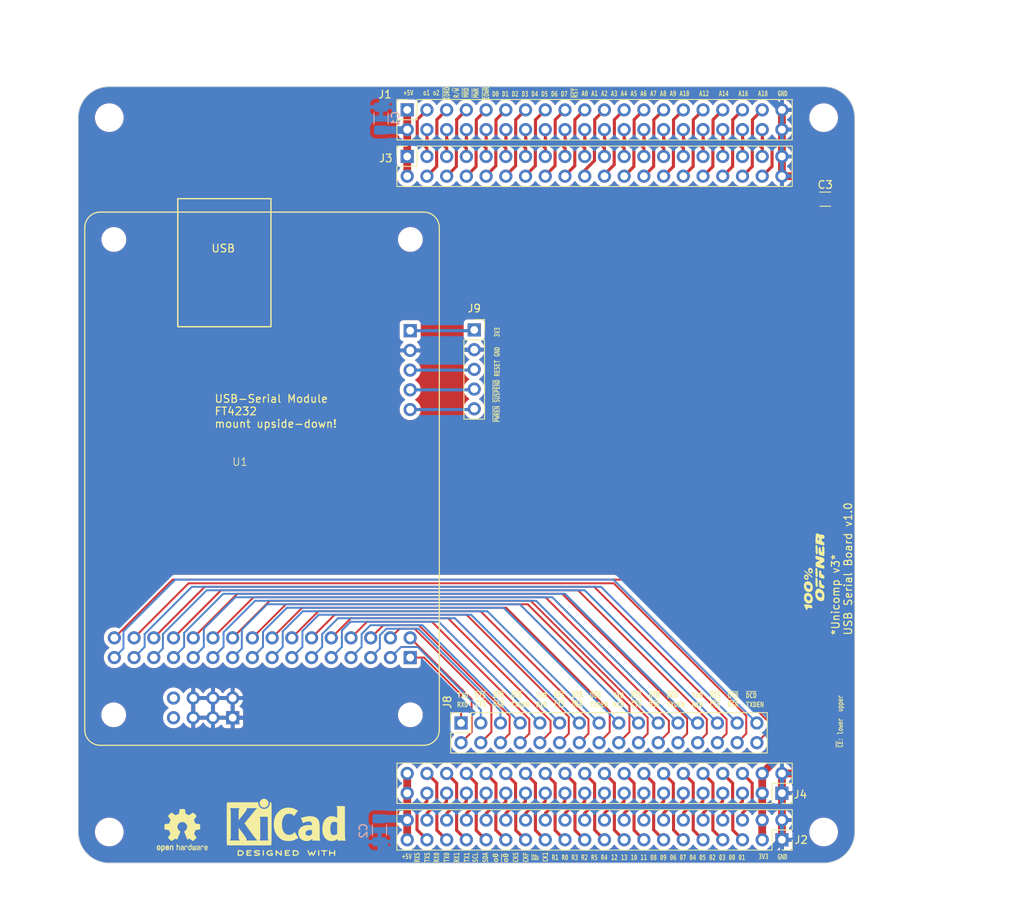
<source format=kicad_pcb>
(kicad_pcb (version 20240108) (generator "pcbnew") (generator_version "8.0")
  (layers (0 "F.Cu" signal) (31 "B.Cu" signal) (34 "B.Paste" user) (35 "F.Paste" user) (36 "B.SilkS" user "B.Silkscreen") (37 "F.SilkS" user "F.Silkscreen") (38 "B.Mask" user) (39 "F.Mask" user) (44 "Edge.Cuts" user))
  (net 0 "")
  (net 1 "/~{RST}")
  (net 2 "GND")
  (net 3 "+5V")
  (net 4 "/A15")
  (net 5 "/A14")
  (net 6 "/A13")
  (net 7 "/A12")
  (net 8 "/A11")
  (net 9 "/A10")
  (net 10 "/A9")
  (net 11 "/A8")
  (net 12 "/A7")
  (net 13 "/A6")
  (net 14 "/A5")
  (net 15 "/A4")
  (net 16 "/A3")
  (net 17 "/A2")
  (net 18 "/A1")
  (net 19 "/A0")
  (net 20 "+3V3")
  (net 21 "/CLKF")
  (net 22 "/CLKS")
  (net 23 "/~{IOWR}")
  (net 24 "/~{MWR}")
  (net 25 "/~{MRD}")
  (net 26 "/R{slash}~{W}_e")
  (net 27 "/~{IORD}")
  (net 28 "/PHI2_e")
  (net 29 "/PHI1_e")
  (net 30 "/~{PH0}")
  (net 31 "/PH0")
  (net 32 "/Bus/~{CE_EXT12}")
  (net 33 "/Bus/~{CE_EXT7}")
  (net 34 "/TX1")
  (net 35 "/RXSTM")
  (net 36 "/RES3")
  (net 37 "/Bus/~{CE_EXT11}")
  (net 38 "/A16")
  (net 39 "/A17")
  (net 40 "/A18")
  (net 41 "/A19")
  (net 42 "/Bus/~{CE_EXT9}")
  (net 43 "/RES5")
  (net 44 "/RX1")
  (net 45 "/RX0")
  (net 46 "/Bus/~{CE_EXT8}")
  (net 47 "/Bus/~{CE_EXT10}")
  (net 48 "/Bus/~{CE_EXT4}")
  (net 49 "/RES1")
  (net 50 "/RES0")
  (net 51 "/RES2")
  (net 52 "/Bus/~{CE_EXT5}")
  (net 53 "/Bus/~{CE_EXT13}")
  (net 54 "/Bus/~{CE_EXT2}")
  (net 55 "/TX0")
  (net 56 "/Bus/~{CE_EXT3}")
  (net 57 "/RES4")
  (net 58 "/Bus/~{CE_EXT0}")
  (net 59 "/CLK1")
  (net 60 "/SCL")
  (net 61 "/~{BUSFREE}")
  (net 62 "/Bus/~{CE_EXT1}")
  (net 63 "/Bus/~{CE_EXT6}")
  (net 64 "/SDA")
  (net 65 "+5VA")
  (net 66 "/TXSTM")
  (net 67 "/Bus/DB7")
  (net 68 "/Bus/DB0")
  (net 69 "/Bus/DB2")
  (net 70 "/Bus/DB6")
  (net 71 "/Bus/DB3")
  (net 72 "/Bus/DB1")
  (net 73 "/Bus/DB5")
  (net 74 "/Bus/DB4")
  (net 75 "/CD3")
  (net 76 "/AD4")
  (net 77 "/DD0")
  (net 78 "/CD1")
  (net 79 "/BD3")
  (net 80 "/CD7")
  (net 81 "/AD6")
  (net 82 "/BD2")
  (net 83 "/DD2")
  (net 84 "/BD1")
  (net 85 "/AD0")
  (net 86 "/DD4")
  (net 87 "/CD4")
  (net 88 "/CD5")
  (net 89 "/BD6")
  (net 90 "/CD0")
  (net 91 "/AD1")
  (net 92 "/AD5")
  (net 93 "/DD6")
  (net 94 "/BD5")
  (net 95 "/AD2")
  (net 96 "/CD6")
  (net 97 "/BD4")
  (net 98 "/DD1")
  (net 99 "/AD7")
  (net 100 "/DD7")
  (net 101 "/CD2")
  (net 102 "/BD0")
  (net 103 "/DD5")
  (net 104 "/DD3")
  (net 105 "/BD7")
  (net 106 "/AD3")
  (net 107 "/RESET")
  (net 108 "/~{PWREN}")
  (net 109 "/~{SUSPEND}")
  (net 110 "Net-(J9-Pin_1)")
  (footprint "Connector_PinSocket_2.54mm:PinSocket_2x16_P2.54mm_Vertical" (layer "F.Cu") (at 99.3 131.96 90)
    (property "Reference" "J8")
    (property "Value" "Socket")
  )
  (footprint "Connector_PinSocket_2.54mm:PinSocket_2x20_P2.54mm_Vertical" (layer "F.Cu") (at 92.367 53 90)
    (property "Reference" "J1")
    (property "Value" "BUS" (hide yes))
  )
  (footprint "Capacitor_SMD:C_1206_3216Metric" (layer "F.Cu") (at 146.2 64.5)
    (property "Reference" "C3")
    (property "Value" "100n")
  )
  (footprint "Connector_PinSocket_2.54mm:PinSocket_2x20_P2.54mm_Vertical" (layer "F.Cu") (at 140.627 141 -90)
    (property "Reference" "J4")
    (property "Value" "Spare" (hide yes))
  )
  (footprint "Symbol:KiCad-Logo2_6mm_SilkScreen" (layer "F.Cu") (at 76.792514 144.704848)
    (property "Reference" "H5" (hide yes))
    (property "Value" "Logo kicad" (hide yes))
  )
  (footprint "Symbol:OSHW-Logo2_7.3x6mm_SilkScreen" (layer "F.Cu") (at 63.4 145.8)
    (property "Reference" "H6" (hide yes))
    (property "Value" "Logo Open Source Hardware" (hide yes))
  )
  (footprint "Connector_PinSocket_2.54mm:PinSocket_2x20_P2.54mm_Vertical" (layer "F.Cu") (at 140.627 147 -90)
    (property "Reference" "J2")
    (property "Value" "BUS" (hide yes))
  )
  (footprint "MountingHole:MountingHole_3.2mm_M3" (layer "F.Cu") (at 146 54)
    (property "Reference" "H3" (hide yes))
    (property "Value" "M3" (hide yes))
  )
  (footprint "Connector_PinSocket_2.54mm:PinSocket_2x20_P2.54mm_Vertical" (layer "F.Cu") (at 92.367 59 90)
    (property "Reference" "J3")
    (property "Value" "Spare" (hide yes))
  )
  (footprint "my_own:Logo_100ProzentOffner_10x2.7mm" (layer "F.Cu") (at 144.78 112.522 90)
    (property "Reference" "G***" (hide yes))
    (property "Value" "LOGO" (hide yes))
  )
  (footprint "Connector_PinSocket_2.54mm:PinSocket_1x05_P2.54mm_Vertical" (layer "F.Cu") (at 101 81.34)
    (property "Reference" "J9")
    (property "Value" "Socket")
  )
  (footprint "MountingHole:MountingHole_3.2mm_M3" (layer "F.Cu") (at 54 54)
    (property "Reference" "H1" (hide yes))
    (property "Value" "M3" (hide yes))
  )
  (footprint "MountingHole:MountingHole_3.2mm_M3" (layer "F.Cu") (at 54 146)
    (property "Reference" "H2" (hide yes))
    (property "Value" "M3" (hide yes))
  )
  (footprint "my_own:USB_4xSerial_FTDI" (layer "F.Cu") (at 50.84 134.835)
    (property "Reference" "U1")
    (property "Value" "USB_4xSerial_FTDI")
  )
  (footprint "MountingHole:MountingHole_3.2mm_M3" (layer "F.Cu") (at 146 146)
    (property "Reference" "H4" (hide yes))
    (property "Value" "M3" (hide yes))
  )
  (footprint "Capacitor_SMD:C_1206_3216Metric" (layer "B.Cu") (at 88.8 145.775 -90)
    (property "Reference" "C2")
    (property "Value" "100n")
  )
  (footprint "Capacitor_SMD:C_1206_3216Metric" (layer "B.Cu") (at 89 54.125 90)
    (property "Reference" "C1")
    (property "Value" "100n" (hide yes))
  )
  (gr_rect (start 62.824214 64.424214) (end 74.824214 80.924214) (stroke (width 0.15)) (fill none) (layer "F.SilkS"))
  (gr_line (start 50 54) (end 50 146) (stroke (width 0.1)) (layer "Edge.Cuts"))
  (gr_arc (start 50 54) (mid 51.171571 51.17157) (end 54 50) (stroke (width 0.1)) (layer "Edge.Cuts"))
  (gr_arc (start 146 50) (mid 148.828425 51.171573) (end 150 54) (stroke (width 0.1)) (layer "Edge.Cuts"))
  (gr_arc (start 150 146) (mid 148.828425 148.828424) (end 146 149.999995) (stroke (width 0.1)) (layer "Edge.Cuts"))
  (gr_line (start 150 146) (end 150 54) (stroke (width 0.1)) (layer "Edge.Cuts"))
  (gr_line (start 146 50) (end 54 50) (stroke (width 0.1)) (layer "Edge.Cuts"))
  (gr_arc (start 54 150) (mid 51.171571 148.828427) (end 50 146) (stroke (width 0.1)) (layer "Edge.Cuts"))
  (gr_line (start 146 150) (end 54 150) (stroke (width 0.1)) (layer "Edge.Cuts"))
  (gr_text "TXD  ~{RTS}  ~{DTR}  ~{DCD}\nRXD  ~{CTS}  ~{DSR}  TXDEN" (at 98.806 130.048 0) (layer "F.SilkS") (effects (font (size 0.7 0.55) (thickness 0.1) (bold yes)) (justify left bottom)))
  (gr_text "~{PWREN} ~{SUSPEND} RESET GND   3V3" (at 104.394 93.218 90) (layer "F.SilkS") (effects (font (size 0.7 0.5) (thickness 0.1) (bold yes)) (justify left bottom)))
  (gr_text "TXS" (at 95.4 149.9 90) (layer "F.SilkS") (effects (font (size 0.7 0.5) (thickness 0.1) (bold yes)) (justify left bottom)))
  (gr_text "CKF" (at 108.1 149.9 90) (layer "F.SilkS") (effects (font (size 0.7 0.5) (thickness 0.1) (bold yes)) (justify left bottom)))
  (gr_text "~{CE}: lower  upper  " (at 148.59 135.128 90) (layer "F.SilkS") (effects (font (size 0.7 0.5) (thickness 0.1) (bold yes)) (justify left bottom)))
  (gr_text "+5V   o1 o2" (at 91.8972 51.2572 0) (layer "F.SilkS") (effects (font (size 0.7 0.5) (thickness 0.1) (bold yes)) (justify left bottom)))
  (gr_text "TX0" (at 97.9 149.9 90) (layer "F.SilkS") (effects (font (size 0.7 0.5) (thickness 0.1) (bold yes)) (justify left bottom)))
  (gr_text "SCL" (at 101.6 149.9 90) (layer "F.SilkS") (effects (font (size 0.7 0.5) (thickness 0.1) (bold yes)) (justify left bottom)))
  (gr_text "3V3" (at 137.6172 149.606 0) (layer "F.SilkS") (effects (font (size 0.7 0.5) (thickness 0.1) (bold yes)) (justify left bottom)))
  (gr_text "R/~{W}" (at 99.1616 51.4604 90) (layer "F.SilkS") (effects (font (size 0.7 0.5) (thickness 0.1) (bold yes)) (justify left bottom)))
  (gr_text "TXD  ~{RTS}  ~{DTR}  ~{DCD}\nRXD  ~{CTS}  ~{DSR}  TXDEN" (at 129.032 130.048 0) (layer "F.SilkS") (effects (font (size 0.7 0.55) (thickness 0.1) (bold yes)) (justify left bottom)))
  (gr_text "~{BF}" (at 109.41174 149.658466 90) (layer "F.SilkS") (effects (font (size 0.7 0.5) (thickness 0.1) (bold yes)) (justify left bottom)))
  (gr_text "~{RST}" (at 114.4524 51.4604 90) (layer "F.SilkS") (effects (font (size 0.7 0.5) (thickness 0.1) (bold yes)) (justify left bottom)))
  (gr_text "~{o0}" (at 105.5 149.9 90) (layer "F.SilkS") (effects (font (size 0.7 0.7) (thickness 0.1) (bold yes)) (justify left bottom)))
  (gr_text "~{IOWR}" (at 103.0224 51.7144 90) (layer "F.SilkS") (effects (font (size 0.7 0.5) (thickness 0.1) (bold yes)) (justify left bottom)))
  (gr_text "D0 D1 D2 D3 D4 D5 D6 D7" (at 103.3272 51.4096 0) (layer "F.SilkS") (effects (font (size 0.7 0.5) (thickness 0.1) (bold yes)) (justify left bottom)))
  (gr_text "*Unicomp v3*\nUSB Serial Board v1.0" (at 148.3416 120.753995 90) (layer "F.SilkS") (effects (font (size 1 1)) (justify left)))
  (gr_text "USB" (at 67.074214 71.424214 0) (layer "F.SilkS") (effects (font (size 1 1)) (justify left bottom)))
  (gr_text "RXS" (at 94.1 149.9 90) (layer "F.SilkS") (effects (font (size 0.7 0.5) (thickness 0.1) (bold yes)) (justify left bottom)))
  (gr_text "+5V" (at 91.694 149.606 0) (layer "F.SilkS") (effects (font (size 0.7 0.5) (thickness 0.1) (bold yes)) (justify left bottom)))
  (gr_text "SDA" (at 102.9 149.9 90) (layer "F.SilkS") (effects (font (size 0.7 0.5) (thickness 0.1) (bold yes)) (justify left bottom)))
  (gr_text "TXD  ~{RTS}  ~{DTR}  ~{DCD}\nRXD  ~{CTS}  ~{DSR}  TXDEN" (at 118.872 130.048 0) (layer "F.SilkS") (effects (font (size 0.7 0.55) (thickness 0.1) (bold yes)) (justify left bottom)))
  (gr_text "RX0" (at 96.6 149.9 90) (layer "F.SilkS") (effects (font (size 0.7 0.5) (thickness 0.1) (bold yes)) (justify left bottom)))
  (gr_text "~{MRD}\n" (at 100.4316 51.4096 90) (layer "F.SilkS") (effects (font (size 0.7 0.5) (thickness 0.1) (bold yes)) (justify left bottom)))
  (gr_text "RX1" (at 99.2 149.9 90) (layer "F.SilkS") (effects (font (size 0.7 0.5) (thickness 0.1) (bold yes)) (justify left bottom)))
  (gr_text "R1 R0 R3 R2 R5 R4" (at 110.998 149.733 0) (layer "F.SilkS") (effects (font (size 0.7 0.5) (thickness 0.1) (bold yes)) (justify left bottom)))
  (gr_text "o0" (at 104.2 149.9 90) (layer "F.SilkS") (effects (font (size 0.7 0.7) (thickness 0.1) (bold yes)) (justify left bottom)))
  (gr_text "~{MWR}" (at 101.7016 51.4604 90) (layer "F.SilkS") (effects (font (size 0.7 0.5) (thickness 0.1) (bold yes)) (justify left bottom)))
  (gr_text "~{IORD}" (at 97.9424 51.7144 90) (layer "F.SilkS") (effects (font (size 0.7 0.5) (thickness 0.1) (bold yes)) (justify left bottom)))
  (gr_text "TXD  ~{RTS}  ~{DTR}  ~{DCD}\nRXD  ~{CTS}  ~{DSR}  TXDEN" (at 108.966 130.048 0) (layer "F.SilkS") (effects (font (size 0.7 0.55) (thickness 0.1) (bold yes)) (justify left bottom)))
  (gr_text "12 13 10 11 08 09 06 07 04 05 02 03 00 01" (at 118.618 149.733 0) (layer "F.SilkS") (effects (font (size 0.7 0.5) (thickness 0.1) (bold yes)) (justify left bottom)))
  (gr_text "CKS" (at 106.8 149.9 90) (layer "F.SilkS") (effects (font (size 0.7 0.5) (thickness 0.1) (bold yes)) (justify left bottom)))
  (gr_text "TX1" (at 100.5 149.9 90) (layer "F.SilkS") (effects (font (size 0.7 0.5) (thickness 0.1) (bold yes)) (justify left bottom)))
  (gr_text "CK1" (at 110.617 149.86 90) (layer "F.SilkS") (effects (font (size 0.7 0.5) (thickness 0.1) (bold yes)) (justify left bottom)))
  (gr_text "A0 A1 A2 A3 A4 A5 A6 A7 A8 A9 A10   A12   A14   A16   A18   GND\n" (at 114.808 51.3588 0) (layer "F.SilkS") (effects (font (size 0.7 0.5) (thickness 0.1) (bold yes)) (justify left bottom)))
  (gr_text "GND" (at 140.0556 149.6568 0) (layer "F.SilkS") (effects (font (size 0.7 0.5) (thickness 0.1) (bold yes)) (justify left bottom)))
  (gr_text "USB-Serial Module\nFT4232\nmount upside-down!" (at 67.48 94.01 0) (layer "F.SilkS") (effects (font (size 1 1)) (justify left bottom)))
  (segment (start 113.95 60.200705) (end 112.7 61.450705) (width 0.4) (layer "F.Cu") (net 1))
  (segment (start 113.95 58.007) (end 113.95 60.200705) (width 0.4) (layer "F.Cu") (net 1))
  (segment (start 112.7 56.757) (end 113.95 58.007) (width 0.4) (layer "F.Cu") (net 1))
  (segment (start 112.7 55.54) (end 112.7 56.757) (width 0.4) (layer "F.Cu") (net 1))
  (segment (start 149.5 64.5) (end 149.5 77.35) (width 1) (layer "F.Cu") (net 2))
  (segment (start 147.65 64.5) (end 149.5 64.5) (width 1) (layer "F.Cu") (net 2))
  (segment (start 147.14 138.46) (end 140.627 138.46) (width 1) (layer "F.Cu") (net 2))
  (segment (start 140.627 53) (end 140.627 61.54) (width 1) (layer "F.Cu") (net 2))
  (segment (start 140.627 138.46) (end 140.627 147) (width 1) (layer "F.Cu") (net 2))
  (segment (start 147.94 61.54) (end 149.5 63.1) (width 1) (layer "F.Cu") (net 2))
  (segment (start 149.5 121.666) (end 149.5 136.1) (width 1) (layer "F.Cu") (net 2))
  (segment (start 140.627 61.54) (end 147.94 61.54) (width 1) (layer "F.Cu") (net 2))
  (segment (start 149.5 63.1) (end 149.5 64.5) (width 1) (layer "F.Cu") (net 2))
  (segment (start 149.5 77.35) (end 149.5 121.666) (width 1) (layer "F.Cu") (net 2))
  (segment (start 149.5 136.1) (end 147.14 138.46) (width 1) (layer "F.Cu") (net 2))
  (segment (start 90.85 50.8) (end 89 52.65) (width 1) (layer "B.Cu") (net 2))
  (segment (start 92.75 83.975) (end 100.905 83.975) (width 0.4) (layer "B.Cu") (net 2))
  (segment (start 64.81 131.285) (end 67.35 131.285) (width 0.4) (layer "B.Cu") (net 2))
  (segment (start 69.89 134.89) (end 69.89 131.285) (width 0.4) (layer "B.Cu") (net 2))
  (segment (start 140.627 147) (end 138.427 149.2) (width 1) (layer "B.Cu") (net 2))
  (segment (start 64.81 128.745) (end 64.81 131.285) (width 0.4) (layer "B.Cu") (net 2))
  (segment (start 67.35 128.745) (end 67.35 131.285) (width 0.4) (layer "B.Cu") (net 2))
  (segment (start 140.627 53) (end 138.427 50.8) (width 1) (layer "B.Cu") (net 2))
  (segment (start 82.25 147.25) (end 69.89 134.89) (width 0.4) (layer "B.Cu") (net 2))
  (segment (start 88.8 147.25) (end 82.25 147.25) (width 0.4) (layer "B.Cu") (net 2))
  (segment (start 138.427 149.2) (end 90.75 149.2) (width 1) (layer "B.Cu") (net 2))
  (segment (start 138.427 50.8) (end 90.85 50.8) (width 1) (layer "B.Cu") (net 2))
  (segment (start 90.75 149.2) (end 88.8 147.25) (width 1) (layer "B.Cu") (net 2))
  (segment (start 100.905 83.975) (end 101 83.88) (width 0.4) (layer "B.Cu") (net 2))
  (segment (start 64.81 128.745) (end 67.35 128.745) (width 0.4) (layer "B.Cu") (net 2))
  (segment (start 92.367 53) (end 92.367 61.54) (width 1) (layer "F.Cu") (net 3))
  (segment (start 89 55.6) (end 92.307 55.6) (width 1) (layer "B.Cu") (net 3))
  (segment (start 134.275 60.285) (end 133.025 61.535) (width 0.4) (layer "F.Cu") (net 4))
  (segment (start 133.025 56.752) (end 134.275 58.002) (width 0.4) (layer "F.Cu") (net 4))
  (segment (start 134.275 58.002) (end 134.275 60.285) (width 0.4) (layer "F.Cu") (net 4))
  (segment (start 133.025 55.535) (end 133.025 56.752) (width 0.4) (layer "F.Cu") (net 4))
  (segment (start 131.755 56.657) (end 133.025 57.927) (width 0.4) (layer "F.Cu") (net 5))
  (segment (start 133.025 57.927) (end 133.025 58.995) (width 0.4) (layer "F.Cu") (net 5))
  (segment (start 131.755 54.265) (end 131.755 56.657) (width 0.4) (layer "F.Cu") (net 5))
  (segment (start 133.025 52.995) (end 131.755 54.265) (width 0.4) (layer "F.Cu") (net 5))
  (segment (start 131.732 60.292) (end 130.482 61.542) (width 0.4) (layer "F.Cu") (net 6))
  (segment (start 130.482 55.542) (end 130.482 56.759) (width 0.4) (layer "F.Cu") (net 6))
  (segment (start 131.732 58.009) (end 131.732 60.292) (width 0.4) (layer "F.Cu") (net 6))
  (segment (start 130.482 56.759) (end 131.732 58.009) (width 0.4) (layer "F.Cu") (net 6))
  (segment (start 130.482 53.002) (end 129.215 54.269) (width 0.4) (layer "F.Cu") (net 7))
  (segment (start 129.215 54.269) (end 129.215 56.667) (width 0.4) (layer "F.Cu") (net 7))
  (segment (start 129.215 56.667) (end 130.482 57.934) (width 0.4) (layer "F.Cu") (net 7))
  (segment (start 130.482 57.934) (end 130.482 59.002) (width 0.4) (layer "F.Cu") (net 7))
  (segment (start 127.945 56.745) (end 129.195 57.995) (width 0.4) (layer "F.Cu") (net 8))
  (segment (start 127.945 55.528) (end 127.945 56.745) (width 0.4) (layer "F.Cu") (net 8))
  (segment (start 129.195 57.995) (end 129.195 60.278) (width 0.4) (layer "F.Cu") (net 8))
  (segment (start 129.195 60.278) (end 127.945 61.528) (width 0.4) (layer "F.Cu") (net 8))
  (segment (start 127.945 57.92) (end 127.945 58.988) (width 0.4) (layer "F.Cu") (net 9))
  (segment (start 127.945 52.988) (end 126.665 54.268) (width 0.4) (layer "F.Cu") (net 9))
  (segment (start 126.665 56.64) (end 127.945 57.92) (width 0.4) (layer "F.Cu") (net 9))
  (segment (start 126.665 54.268) (end 126.665 56.64) (width 0.4) (layer "F.Cu") (net 9))
  (segment (start 126.652 60.285) (end 125.402 61.535) (width 0.4) (layer "F.Cu") (net 10))
  (segment (start 126.652 58.002) (end 126.652 60.285) (width 0.4) (layer "F.Cu") (net 10))
  (segment (start 125.402 55.535) (end 125.402 56.752) (width 0.4) (layer "F.Cu") (net 10))
  (segment (start 125.402 56.752) (end 126.652 58.002) (width 0.4) (layer "F.Cu") (net 10))
  (segment (start 124.125 56.65) (end 125.402 57.927) (width 0.4) (layer "F.Cu") (net 11))
  (segment (start 125.402 52.995) (end 124.125 54.272) (width 0.4) (layer "F.Cu") (net 11))
  (segment (start 125.402 57.927) (end 125.402 58.995) (width 0.4) (layer "F.Cu") (net 11))
  (segment (start 124.125 54.272) (end 124.125 56.65) (width 0.4) (layer "F.Cu") (net 11))
  (segment (start 124.105 58.002) (end 124.105 60.285) (width 0.4) (layer "F.Cu") (net 12))
  (segment (start 122.855 56.752) (end 124.105 58.002) (width 0.4) (layer "F.Cu") (net 12))
  (segment (start 124.105 60.285) (end 122.855 61.535) (width 0.4) (layer "F.Cu") (net 12))
  (segment (start 122.855 55.535) (end 122.855 56.752) (width 0.4) (layer "F.Cu") (net 12))
  (segment (start 122.855 57.927) (end 122.855 58.995) (width 0.4) (layer "F.Cu") (net 13))
  (segment (start 121.595 56.667) (end 122.855 57.927) (width 0.4) (layer "F.Cu") (net 13))
  (segment (start 122.855 52.995) (end 121.595 54.255) (width 0.4) (layer "F.Cu") (net 13))
  (segment (start 121.595 54.255) (end 121.595 56.667) (width 0.4) (layer "F.Cu") (net 13))
  (segment (start 121.562 60.292) (end 120.312 61.542) (width 0.4) (layer "F.Cu") (net 14))
  (segment (start 121.562 58.009) (end 121.562 60.292) (width 0.4) (layer "F.Cu") (net 14))
  (segment (start 120.312 55.542) (end 120.312 56.759) (width 0.4) (layer "F.Cu") (net 14))
  (segment (start 120.312 56.759) (end 121.562 58.009) (width 0.4) (layer "F.Cu") (net 14))
  (segment (start 119.05 56.672) (end 120.312 57.934) (width 0.4) (layer "F.Cu") (net 15))
  (segment (start 120.312 53.002) (end 119.05 54.264) (width 0.4) (layer "F.Cu") (net 15))
  (segment (start 120.312 57.934) (end 120.312 59.002) (width 0.4) (layer "F.Cu") (net 15))
  (segment (start 119.05 54.264) (end 119.05 56.672) (width 0.4) (layer "F.Cu") (net 15))
  (segment (start 117.775 56.745) (end 119.025 57.995) (width 0.4) (layer "F.Cu") (net 16))
  (segment (start 117.775 55.528) (end 117.775 56.745) (width 0.4) (layer "F.Cu") (net 16))
  (segment (start 119.025 60.064538) (end 117.775 61.314538) (width 0.4) (layer "F.Cu") (net 16))
  (segment (start 119.025 57.995) (end 119.025 60.064538) (width 0.4) (layer "F.Cu") (net 16))
  (segment (start 116.515 54.248) (end 116.515 56.66) (width 0.4) (layer "F.Cu") (net 17))
  (segment (start 116.515 56.66) (end 117.775 57.92) (width 0.4) (layer "F.Cu") (net 17))
  (segment (start 117.775 52.988) (end 116.515 54.248) (width 0.4) (layer "F.Cu") (net 17))
  (segment (start 117.775 57.92) (end 117.775 58.988) (width 0.4) (layer "F.Cu") (net 17))
  (segment (start 115.232 56.752) (end 116.482 58.002) (width 0.4) (layer "F.Cu") (net 18))
  (segment (start 116.482 58.002) (end 116.482 59.542538) (width 0.4) (layer "F.Cu") (net 18))
  (segment (start 115.232 60.792538) (end 115.232 61.535) (width 0.4) (layer "F.Cu") (net 18))
  (segment (start 115.232 55.535) (end 115.232 56.752) (width 0.4) (layer "F.Cu") (net 18))
  (segment (start 116.482 59.542538) (end 115.232 60.792538) (width 0.4) (layer "F.Cu") (net 18))
  (segment (start 113.96 56.655) (end 115.232 57.927) (width 0.4) (layer "F.Cu") (net 19))
  (segment (start 113.96 54.267) (end 113.96 56.655) (width 0.4) (layer "F.Cu") (net 19))
  (segment (start 115.232 52.995) (end 113.96 54.267) (width 0.4) (layer "F.Cu") (net 19))
  (segment (start 115.232 57.927) (end 115.232 58.995) (width 0.4) (layer "F.Cu") (net 19))
  (segment (start 138.087 138.46) (end 138.087 147) (width 1) (layer "F.Cu") (net 20))
  (segment (start 145.7 136.4) (end 148 134.1) (width 1) (layer "F.Cu") (net 20))
  (segment (start 138.087 138.46) (end 140.147 136.4) (width 1) (layer "F.Cu") (net 20))
  (segment (start 148 134.1) (end 148 67.8) (width 1) (layer "F.Cu") (net 20))
  (segment (start 148 67.8) (end 144.7 64.5) (width 1) (layer "F.Cu") (net 20))
  (segment (start 140.147 136.4) (end 145.7 136.4) (width 1) (layer "F.Cu") (net 20))
  (segment (start 106.3424 145.7628) (end 107.5924 147.0128) (width 0.4) (layer "F.Cu") (net 21))
  (segment (start 106.3424 143.3158) (end 106.3424 145.7628) (width 0.4) (layer "F.Cu") (net 21))
  (segment (start 107.5924 141.0128) (end 107.5924 142.0658) (width 0.4) (layer "F.Cu") (net 21))
  (segment (start 107.5924 142.0658) (end 106.3424 143.3158) (width 0.4) (layer "F.Cu") (net 21))
  (segment (start 107.6332 138.4728) (end 108.8832 139.7228) (width 0.4) (layer "F.Cu") (net 22))
  (segment (start 107.6332 143.5658) (end 107.6332 144.4728) (width 0.4) (layer "F.Cu") (net 22))
  (segment (start 108.8832 142.3158) (end 107.6332 143.5658) (width 0.4) (layer "F.Cu") (net 22))
  (segment (start 108.8832 139.7228) (end 108.8832 142.3158) (width 0.4) (layer "F.Cu") (net 22))
  (segment (start 102.53 57.932) (end 102.53 59) (width 0.4) (layer "F.Cu") (net 23))
  (segment (start 102.53 53) (end 101.27 54.26) (width 0.4) (layer "F.Cu") (net 23))
  (segment (start 101.27 56.672) (end 102.53 57.932) (width 0.4) (layer "F.Cu") (net 23))
  (segment (start 101.27 54.26) (end 101.27 56.672) (width 0.4) (layer "F.Cu") (net 23))
  (segment (start 99.987 55.547) (end 99.987 56.764) (width 0.4) (layer "F.Cu") (net 24))
  (segment (start 101.237 58.014) (end 101.237 60.297) (width 0.4) (layer "F.Cu") (net 24))
  (segment (start 101.237 60.297) (end 99.987 61.547) (width 0.4) (layer "F.Cu") (net 24))
  (segment (start 99.987 56.764) (end 101.237 58.014) (width 0.4) (layer "F.Cu") (net 24))
  (segment (start 99.987 57.939) (end 99.987 59.007) (width 0.4) (layer "F.Cu") (net 25))
  (segment (start 99.987 53.007) (end 98.737 54.257) (width 0.4) (layer "F.Cu") (net 25))
  (segment (start 98.737 54.257) (end 98.737 56.689) (width 0.4) (layer "F.Cu") (net 25))
  (segment (start 98.737 56.689) (end 99.987 57.939) (width 0.4) (layer "F.Cu") (net 25))
  (segment (start 97.45 55.533) (end 97.45 56.75) (width 0.4) (layer "F.Cu") (net 26))
  (segment (start 98.7 60.283) (end 97.45 61.533) (width 0.4) (layer "F.Cu") (net 26))
  (segment (start 97.45 56.75) (end 98.7 58) (width 0.4) (layer "F.Cu") (net 26))
  (segment (start 98.7 58) (end 98.7 60.283) (width 0.4) (layer "F.Cu") (net 26))
  (segment (start 96.19 56.665) (end 97.45 57.925) (width 0.4) (layer "F.Cu") (net 27))
  (segment (start 96.19 54.253) (end 96.19 56.665) (width 0.4) (layer "F.Cu") (net 27))
  (segment (start 97.45 57.925) (end 97.45 58.993) (width 0.4) (layer "F.Cu") (net 27))
  (segment (start 97.45 52.993) (end 96.19 54.253) (width 0.4) (layer "F.Cu") (net 27))
  (segment (start 96.157 58.007) (end 96.157 60.29) (width 0.4) (layer "F.Cu") (net 28))
  (segment (start 96.157 60.29) (end 94.907 61.54) (width 0.4) (layer "F.Cu") (net 28))
  (segment (start 94.907 56.757) (end 96.157 58.007) (width 0.4) (layer "F.Cu") (net 28))
  (segment (start 94.907 55.54) (end 94.907 56.757) (width 0.4) (layer "F.Cu") (net 28))
  (segment (start 94.907 57.932) (end 94.907 59) (width 0.4) (layer "F.Cu") (net 29))
  (segment (start 94.907 53) (end 93.657 54.25) (width 0.4) (layer "F.Cu") (net 29))
  (segment (start 93.657 56.682) (end 94.907 57.932) (width 0.4) (layer "F.Cu") (net 29))
  (segment (start 93.657 54.25) (end 93.657 56.682) (width 0.4) (layer "F.Cu") (net 29))
  (segment (start 103.7824 143.3734) (end 103.7824 145.7444) (width 0.4) (layer "F.Cu") (net 30))
  (segment (start 103.7824 145.7444) (end 105.0704 147.0324) (width 0.4) (layer "F.Cu") (net 30))
  (segment (start 105.0704 141.0324) (end 105.0704 142.0854) (width 0.4) (layer "F.Cu") (net 30))
  (segment (start 105.0704 142.0854) (end 103.7824 143.3734) (width 0.4) (layer "F.Cu") (net 30))
  (segment (start 105.0704 143.5854) (end 105.0704 144.4924) (width 0.4) (layer "F.Cu") (net 31))
  (segment (start 106.3204 142.3354) (end 105.0704 143.5854) (width 0.4) (layer "F.Cu") (net 31))
  (segment (start 106.3204 139.7424) (end 106.3204 142.3354) (width 0.4) (layer "F.Cu") (net 31))
  (segment (start 105.0704 138.4924) (end 106.3204 139.7424) (width 0.4) (layer "F.Cu") (net 31))
  (segment (start 120.3406 143.5582) (end 120.3406 144.4652) (width 0.4) (layer "F.Cu") (net 32))
  (segment (start 120.3406 138.4652) (end 121.5906 139.7152) (width 0.4) (layer "F.Cu") (net 32))
  (segment (start 121.5906 142.3082) (end 120.3406 143.5582) (width 0.4) (layer "F.Cu") (net 32))
  (segment (start 121.5906 139.7152) (end 121.5906 142.3082) (width 0.4) (layer "F.Cu") (net 32))
  (segment (start 127.9144 142.0408) (end 126.6644 143.2908) (width 0.4) (layer "F.Cu") (net 33))
  (segment (start 126.6644 143.2908) (end 126.6644 145.7378) (width 0.4) (layer "F.Cu") (net 33))
  (segment (start 126.6644 145.7378) (end 127.9144 146.9878) (width 0.4) (layer "F.Cu") (net 33))
  (segment (start 127.9144 140.9878) (end 127.9144 142.0408) (width 0.4) (layer "F.Cu") (net 33))
  (segment (start 99.9778 141.0302) (end 99.9778 142.0832) (width 0.4) (layer "F.Cu") (net 34))
  (segment (start 98.7278 143.3332) (end 98.7278 145.7802) (width 0.4) (layer "F.Cu") (net 34))
  (segment (start 99.9778 142.0832) (end 98.7278 143.3332) (width 0.4) (layer "F.Cu") (net 34))
  (segment (start 98.7278 145.7802) (end 99.9778 147.0302) (width 0.4) (layer "F.Cu") (net 34))
  (segment (start 96.175 142.3215) (end 94.95 143.5465) (width 0.4) (layer "F.Cu") (net 35))
  (segment (start 94.95 138.4535) (end 96.175 139.6785) (width 0.4) (layer "F.Cu") (net 35))
  (segment (start 94.95 143.5465) (end 94.95 144.4535) (width 0.4) (layer "F.Cu") (net 35))
  (segment (start 96.175 139.6785) (end 96.175 142.3215) (width 0.4) (layer "F.Cu") (net 35))
  (segment (start 116.5 139.76) (end 116.5 142.303) (width 0.4) (layer "F.Cu") (net 36))
  (segment (start 115.225 138.485) (end 116.5 139.76) (width 0.4) (layer "F.Cu") (net 36))
  (segment (start 115.225 143.578) (end 115.225 144.485) (width 0.4) (layer "F.Cu") (net 36))
  (segment (start 116.5 142.303) (end 115.225 143.578) (width 0.4) (layer "F.Cu") (net 36))
  (segment (start 121.5798 143.3142) (end 121.5798 145.7612) (width 0.4) (layer "F.Cu") (net 37))
  (segment (start 122.8298 142.0642) (end 121.5798 143.3142) (width 0.4) (layer "F.Cu") (net 37))
  (segment (start 121.5798 145.7612) (end 122.8298 147.0112) (width 0.4) (layer "F.Cu") (net 37))
  (segment (start 122.8298 141.0112) (end 122.8298 142.0642) (width 0.4) (layer "F.Cu") (net 37))
  (segment (start 134.293 56.665) (end 135.56 57.932) (width 0.4) (layer "F.Cu") (net 38))
  (segment (start 135.56 53) (end 134.293 54.267) (width 0.4) (layer "F.Cu") (net 38))
  (segment (start 134.293 54.267) (end 134.293 56.665) (width 0.4) (layer "F.Cu") (net 38))
  (segment (start 135.56 57.932) (end 135.56 59) (width 0.4) (layer "F.Cu") (net 38))
  (segment (start 136.81 60.29) (end 135.56 61.54) (width 0.4) (layer "F.Cu") (net 39))
  (segment (start 136.81 58.007) (end 136.81 60.29) (width 0.4) (layer "F.Cu") (net 39))
  (segment (start 135.56 55.54) (end 135.56 56.757) (width 0.4) (layer "F.Cu") (net 39))
  (segment (start 135.56 56.757) (end 136.81 58.007) (width 0.4) (layer "F.Cu") (net 39))
  (segment (start 136.833 54.263) (end 136.833 56.655) (width 0.4) (layer "F.Cu") (net 40))
  (segment (start 136.833 56.655) (end 138.103 57.925) (width 0.4) (layer "F.Cu") (net 40))
  (segment (start 138.103 52.993) (end 136.833 54.263) (width 0.4) (layer "F.Cu") (net 40))
  (segment (start 138.103 57.925) (end 138.103 58.993) (width 0.4) (layer "F.Cu") (net 40))
  (segment (start 138.103 56.75) (end 139.353 58) (width 0.4) (layer "F.Cu") (net 41))
  (segment (start 139.353 60.283) (end 138.103 61.533) (width 0.4) (layer "F.Cu") (net 41))
  (segment (start 138.103 55.533) (end 138.103 56.75) (width 0.4) (layer "F.Cu") (net 41))
  (segment (start 139.353 58) (end 139.353 60.283) (width 0.4) (layer "F.Cu") (net 41))
  (segment (start 124.1044 145.7194) (end 125.3924 147.0074) (width 0.4) (layer "F.Cu") (net 42))
  (segment (start 125.3924 141.0074) (end 125.3924 142.0604) (width 0.4) (layer "F.Cu") (net 42))
  (segment (start 124.1044 143.3484) (end 124.1044 145.7194) (width 0.4) (layer "F.Cu") (net 42))
  (segment (start 125.3924 142.0604) (end 124.1044 143.3484) (width 0.4) (layer "F.Cu") (net 42))
  (segment (start 117.8006 138.4552) (end 119.0506 139.7052) (width 0.4) (layer "F.Cu") (net 43))
  (segment (start 119.0506 142.2982) (end 117.8006 143.5482) (width 0.4) (layer "F.Cu") (net 43))
  (segment (start 119.0506 139.7052) (end 119.0506 142.2982) (width 0.4) (layer "F.Cu") (net 43))
  (segment (start 117.8006 143.5482) (end 117.8006 144.4552) (width 0.4) (layer "F.Cu") (net 43))
  (segment (start 101.2686 142.3332) (end 100.0186 143.5832) (width 0.4) (layer "F.Cu") (net 44))
  (segment (start 101.2686 139.7402) (end 101.2686 142.3332) (width 0.4) (layer "F.Cu") (net 44))
  (segment (start 100.0186 138.4902) (end 101.2686 139.7402) (width 0.4) (layer "F.Cu") (net 44))
  (segment (start 100.0186 143.5832) (end 100.0186 144.4902) (width 0.4) (layer "F.Cu") (net 44))
  (segment (start 98.7286 142.3232) (end 97.4786 143.5732) (width 0.4) (layer "F.Cu") (net 45))
  (segment (start 97.4786 143.5732) (end 97.4786 144.4802) (width 0.4) (layer "F.Cu") (net 45))
  (segment (start 97.4786 138.4802) (end 98.7286 139.7302) (width 0.4) (layer "F.Cu") (net 45))
  (segment (start 98.7286 139.7302) (end 98.7286 142.3232) (width 0.4) (layer "F.Cu") (net 45))
  (segment (start 125.3924 138.4674) (end 126.6424 139.7174) (width 0.4) (layer "F.Cu") (net 46))
  (segment (start 126.6424 139.7174) (end 126.6424 142.3104) (width 0.4) (layer "F.Cu") (net 46))
  (segment (start 126.6424 142.3104) (end 125.3924 143.5604) (width 0.4) (layer "F.Cu") (net 46))
  (segment (start 125.3924 143.5604) (end 125.3924 144.4674) (width 0.4) (layer "F.Cu") (net 46))
  (segment (start 124.1206 142.3142) (end 122.8706 143.5642) (width 0.4) (layer "F.Cu") (net 47))
  (segment (start 122.8706 138.4712) (end 124.1206 139.7212) (width 0.4) (layer "F.Cu") (net 47))
  (segment (start 122.8706 143.5642) (end 122.8706 144.4712) (width 0.4) (layer "F.Cu") (net 47))
  (segment (start 124.1206 139.7212) (end 124.1206 142.3142) (width 0.4) (layer "F.Cu") (net 47))
  (segment (start 130.4952 143.5508) (end 130.4952 144.4578) (width 0.4) (layer "F.Cu") (net 48))
  (segment (start 131.7452 139.7078) (end 131.7452 142.3008) (width 0.4) (layer "F.Cu") (net 48))
  (segment (start 131.7452 142.3008) (end 130.4952 143.5508) (width 0.4) (layer "F.Cu") (net 48))
  (segment (start 130.4952 138.4578) (end 131.7452 139.7078) (width 0.4) (layer "F.Cu") (net 48))
  (segment (start 113.9532 142.3318) (end 112.7032 143.5818) (width 0.4) (layer "F.Cu") (net 49))
  (segment (start 112.7032 143.5818) (end 112.7032 144.4888) (width 0.4) (layer "F.Cu") (net 49))
  (segment (start 112.7032 138.4888) (end 113.9532 139.7388) (width 0.4) (layer "F.Cu") (net 49))
  (segment (start 113.9532 139.7388) (end 113.9532 142.3318) (width 0.4) (layer "F.Cu") (net 49))
  (segment (start 112.6624 141.0288) (end 112.6624 142.0818) (width 0.4) (layer "F.Cu") (net 50))
  (segment (start 111.4124 143.3318) (end 111.4124 145.7788) (width 0.4) (layer "F.Cu") (net 50))
  (segment (start 111.4124 145.7788) (end 112.6624 147.0288) (width 0.4) (layer "F.Cu") (net 50))
  (segment (start 112.6624 142.0818) (end 111.4124 143.3318) (width 0.4) (layer "F.Cu") (net 50))
  (segment (start 113.975 143.328) (end 113.975 145.775) (width 0.4) (layer "F.Cu") (net 51))
  (segment (start 113.975 145.775) (end 115.225 147.025) (width 0.4) (layer "F.Cu") (net 51))
  (segment (start 115.225 142.078) (end 113.975 143.328) (width 0.4) (layer "F.Cu") (net 51))
  (segment (start 115.225 141.025) (end 115.225 142.078) (width 0.4) (layer "F.Cu") (net 51))
  (segment (start 129.2044 145.7478) (end 130.4544 146.9978) (width 0.4) (layer "F.Cu") (net 52))
  (segment (start 129.2044 143.3008) (end 129.2044 145.7478) (width 0.4) (layer "F.Cu") (net 52))
  (segment (start 130.4544 140.9978) (end 130.4544 142.0508) (width 0.4) (layer "F.Cu") (net 52))
  (segment (start 130.4544 142.0508) (end 129.2044 143.3008) (width 0.4) (layer "F.Cu") (net 52))
  (segment (start 120.2998 141.0052) (end 120.2998 142.0582) (width 0.4) (layer "F.Cu") (net 53))
  (segment (start 119.0498 145.7552) (end 120.2998 147.0052) (width 0.4) (layer "F.Cu") (net 53))
  (segment (start 119.0498 143.3082) (end 119.0498 145.7552) (width 0.4) (layer "F.Cu") (net 53))
  (segment (start 120.2998 142.0582) (end 119.0498 143.3082) (width 0.4) (layer "F.Cu") (net 53))
  (segment (start 134.2752 139.7138) (end 134.2752 142.3068) (width 0.4) (layer "F.Cu") (net 54))
  (segment (start 133.0252 143.5568) (end 133.0252 144.4638) (width 0.4) (layer "F.Cu") (net 54))
  (segment (start 134.2752 142.3068) (end 133.0252 143.5568) (width 0.4) (layer "F.Cu") (net 54))
  (segment (start 133.0252 138.4638) (end 134.2752 139.7138) (width 0.4) (layer "F.Cu") (net 54))
  (segment (start 97.4378 142.0732) (end 96.1878 143.3232) (width 0.4) (layer "F.Cu") (net 55))
  (segment (start 97.4378 141.0202) (end 97.4378 142.0732) (width 0.4) (layer "F.Cu") (net 55))
  (segment (start 96.1878 143.3232) (end 96.1878 145.7702) (width 0.4) (layer "F.Cu") (net 55))
  (segment (start 96.1878 145.7702) (end 97.4378 147.0202) (width 0.4) (layer "F.Cu") (net 55))
  (segment (start 131.7344 145.7538) (end 132.9844 147.0038) (width 0.4) (layer "F.Cu") (net 56))
  (segment (start 132.9844 141.0038) (end 132.9844 142.0568) (width 0.4) (layer "F.Cu") (net 56))
  (segment (start 131.7344 143.3068) (end 131.7344 145.7538) (width 0.4) (layer "F.Cu") (net 56))
  (segment (start 132.9844 142.0568) (end 131.7344 143.3068) (width 0.4) (layer "F.Cu") (net 56))
  (segment (start 116.5098 143.2982) (end 116.5098 145.7452) (width 0.4) (layer "F.Cu") (net 57))
  (segment (start 116.5098 145.7452) (end 117.7598 146.9952) (width 0.4) (layer "F.Cu") (net 57))
  (segment (start 117.7598 142.0482) (end 116.5098 143.2982) (width 0.4) (layer "F.Cu") (net 57))
  (segment (start 117.7598 140.9952) (end 117.7598 142.0482) (width 0.4) (layer "F.Cu") (net 57))
  (segment (start 135.547 143.553) (end 135.547 144.46) (width 0.4) (layer "F.Cu") (net 58))
  (segment (start 136.797 139.71) (end 136.797 142.303) (width 0.4) (layer "F.Cu") (net 58))
  (segment (start 135.547 138.46) (end 136.797 139.71) (width 0.4) (layer "F.Cu") (net 58))
  (segment (start 136.797 142.303) (end 135.547 143.553) (width 0.4) (layer "F.Cu") (net 58))
  (segment (start 110.1324 142.0758) (end 108.8824 143.3258) (width 0.4) (layer "F.Cu") (net 59))
  (segment (start 108.8824 145.7728) (end 110.1324 147.0228) (width 0.4) (layer "F.Cu") (net 59))
  (segment (start 108.8824 143.3258) (end 108.8824 145.7728) (width 0.4) (layer "F.Cu") (net 59))
  (segment (start 110.1324 141.0228) (end 110.1324 142.0758) (width 0.4) (layer "F.Cu") (net 59))
  (segment (start 103.7986 139.7462) (end 103.7986 142.3392) (width 0.4) (layer "F.Cu") (net 60))
  (segment (start 103.7986 142.3392) (end 102.5486 143.5892) (width 0.4) (layer "F.Cu") (net 60))
  (segment (start 102.5486 138.4962) (end 103.7986 139.7462) (width 0.4) (layer "F.Cu") (net 60))
  (segment (start 102.5486 143.5892) (end 102.5486 144.4962) (width 0.4) (layer "F.Cu") (net 60))
  (segment (start 111.4232 139.7328) (end 111.4232 142.3258) (width 0.4) (layer "F.Cu") (net 61))
  (segment (start 110.1732 143.5758) (end 110.1732 144.4828) (width 0.4) (layer "F.Cu") (net 61))
  (segment (start 110.1732 138.4828) (end 111.4232 139.7328) (width 0.4) (layer "F.Cu") (net 61))
  (segment (start 111.4232 142.3258) (end 110.1732 143.5758) (width 0.4) (layer "F.Cu") (net 61))
  (segment (start 134.297 143.303) (end 134.297 145.75) (width 0.4) (layer "F.Cu") (net 62))
  (segment (start 134.297 145.75) (end 135.547 147) (width 0.4) (layer "F.Cu") (net 62))
  (segment (start 135.547 141) (end 135.547 142.053) (width 0.4) (layer "F.Cu") (net 62))
  (segment (start 135.547 142.053) (end 134.297 143.303) (width 0.4) (layer "F.Cu") (net 62))
  (segment (start 127.9552 143.5408) (end 127.9552 144.4478) (width 0.4) (layer "F.Cu") (net 63))
  (segment (start 129.2052 142.2908) (end 127.9552 143.5408) (width 0.4) (layer "F.Cu") (net 63))
  (segment (start 129.2052 139.6978) (end 129.2052 142.2908) (width 0.4) (layer "F.Cu") (net 63))
  (segment (start 127.9552 138.4478) (end 129.2052 139.6978) (width 0.4) (layer "F.Cu") (net 63))
  (segment (start 102.5078 141.0362) (end 102.5078 142.0892) (width 0.4) (layer "F.Cu") (net 64))
  (segment (start 101.2578 143.3392) (end 101.2578 145.7862) (width 0.4) (layer "F.Cu") (net 64))
  (segment (start 102.5078 142.0892) (end 101.2578 143.3392) (width 0.4) (layer "F.Cu") (net 64))
  (segment (start 101.2578 145.7862) (end 102.5078 147.0362) (width 0.4) (layer "F.Cu") (net 64))
  (segment (start 92.367 138.46) (end 92.367 147) (width 1) (layer "F.Cu") (net 65))
  (segment (start 88.8 144.3) (end 92.207 144.3) (width 1) (layer "B.Cu") (net 65))
  (segment (start 93.625 145.7093) (end 94.9092 146.9935) (width 0.4) (layer "F.Cu") (net 66))
  (segment (start 94.9092 140.9935) (end 94.9092 142.0465) (width 0.4) (layer "F.Cu") (net 66))
  (segment (start 94.9092 142.0465) (end 93.625 143.3307) (width 0.4) (layer "F.Cu") (net 66))
  (segment (start 93.625 143.3307) (end 93.625 145.7093) (width 0.4) (layer "F.Cu") (net 66))
  (segment (start 112.7 57.932) (end 112.7 59) (width 0.4) (layer "F.Cu") (net 67))
  (segment (start 112.7 53) (end 111.43 54.27) (width 0.4) (layer "F.Cu") (net 67))
  (segment (start 111.43 56.662) (end 112.7 57.932) (width 0.4) (layer "F.Cu") (net 67))
  (segment (start 111.43 54.27) (end 111.43 56.662) (width 0.4) (layer "F.Cu") (net 67))
  (segment (start 103.78 58.007) (end 103.78 60.210705) (width 0.4) (layer "F.Cu") (net 68))
  (segment (start 102.53 56.757) (end 103.78 58.007) (width 0.4) (layer "F.Cu") (net 68))
  (segment (start 103.78 60.210705) (end 102.53 61.460705) (width 0.4) (layer "F.Cu") (net 68))
  (segment (start 102.53 55.54) (end 102.53 56.757) (width 0.4) (layer "F.Cu") (net 68))
  (segment (start 105.077 56.757) (end 106.327 58.007) (width 0.4) (layer "F.Cu") (net 69))
  (segment (start 106.327 58.007) (end 106.327 60.203705) (width 0.4) (layer "F.Cu") (net 69))
  (segment (start 106.327 60.203705) (end 105.077 61.453705) (width 0.4) (layer "F.Cu") (net 69))
  (segment (start 105.077 55.54) (end 105.077 56.757) (width 0.4) (layer "F.Cu") (net 69))
  (segment (start 111.407 60.203705) (end 110.157 61.453705) (width 0.4) (layer "F.Cu") (net 70))
  (segment (start 110.157 56.764) (end 111.407 58.014) (width 0.4) (layer "F.Cu") (net 70))
  (segment (start 111.407 58.014) (end 111.407 60.203705) (width 0.4) (layer "F.Cu") (net 70))
  (segment (start 110.157 55.547) (end 110.157 56.764) (width 0.4) (layer "F.Cu") (net 70))
  (segment (start 107.62 57.925) (end 107.62 58.993) (width 0.4) (layer "F.Cu") (net 71))
  (segment (start 106.34 56.645) (end 107.62 57.925) (width 0.4) (layer "F.Cu") (net 71))
  (segment (start 106.34 54.273) (end 106.34 56.645) (width 0.4) (layer "F.Cu") (net 71))
  (segment (start 107.62 52.993) (end 106.34 54.273) (width 0.4) (layer "F.Cu") (net 71))
  (segment (start 105.077 57.932) (end 105.077 59) (width 0.4) (layer "F.Cu") (net 72))
  (segment (start 105.077 53) (end 103.8 54.277) (width 0.4) (layer "F.Cu") (net 72))
  (segment (start 103.8 56.655) (end 105.077 57.932) (width 0.4) (layer "F.Cu") (net 72))
  (segment (start 103.8 54.277) (end 103.8 56.655) (width 0.4) (layer "F.Cu") (net 72))
  (segment (start 110.157 57.939) (end 110.157 59.007) (width 0.4) (layer "F.Cu") (net 73))
  (segment (start 108.89 54.274) (end 108.89 56.672) (width 0.4) (layer "F.Cu") (net 73))
  (segment (start 110.157 53.007) (end 108.89 54.274) (width 0.4) (layer "F.Cu") (net 73))
  (segment (start 108.89 56.672) (end 110.157 57.939) (width 0.4) (layer "F.Cu") (net 73))
  (segment (start 107.62 55.533) (end 107.62 56.75) (width 0.4) (layer "F.Cu") (net 74))
  (segment (start 108.87 60.200705) (end 107.62 61.450705) (width 0.4) (layer "F.Cu") (net 74))
  (segment (start 107.62 56.75) (end 108.87 58) (width 0.4) (layer "F.Cu") (net 74))
  (segment (start 108.87 58) (end 108.87 60.200705) (width 0.4) (layer "F.Cu") (net 74))
  (segment (start 108.271701 116.22) (end 123.335 131.283299) (width 0.25) (layer "F.Cu") (net 75))
  (segment (start 74.665 116.22) (end 108.271701 116.22) (width 0.25) (layer "F.Cu") (net 75))
  (segment (start 123.335 131.283299) (end 123.335 133.325) (width 0.25) (layer "F.Cu") (net 75))
  (segment (start 69.89 120.995) (end 74.665 116.22) (width 0.25) (layer "F.Cu") (net 75))
  (segment (start 123.335 133.325) (end 122.16 134.5) (width 0.25) (layer "F.Cu") (net 75))
  (segment (start 88.845 122.36) (end 88.845 120.655) (width 0.25) (layer "B.Cu") (net 76))
  (segment (start 104.38 130.38) (end 104.38 131.96) (width 0.25) (layer "B.Cu") (net 76))
  (segment (start 93.82 119.82) (end 104.38 130.38) (width 0.25) (layer "B.Cu") (net 76))
  (segment (start 87.67 123.535) (end 88.845 122.36) (width 0.25) (layer "B.Cu") (net 76))
  (segment (start 88.845 120.655) (end 89.68 119.82) (width 0.25) (layer "B.Cu") (net 76))
  (segment (start 89.68 119.82) (end 93.82 119.82) (width 0.25) (layer "B.Cu") (net 76))
  (segment (start 129.323604 131.96) (end 129.78 131.96) (width 0.25) (layer "B.Cu") (net 77))
  (segment (start 63.635 122.17) (end 63.635 120.365) (width 0.25) (layer "B.Cu") (net 77))
  (segment (start 68.68 115.32) (end 112.683604 115.32) (width 0.25) (layer "B.Cu") (net 77))
  (segment (start 62.27 123.535) (end 63.635 122.17) (width 0.25) (layer "B.Cu") (net 77))
  (segment (start 112.683604 115.32) (end 129.323604 131.96) (width 0.25) (layer "B.Cu") (net 77))
  (segment (start 63.635 120.365) (end 68.68 115.32) (width 0.25) (layer "B.Cu") (net 77))
  (segment (start 107.885 116.67) (end 120.985 129.77) (width 0.25) (layer "F.Cu") (net 78))
  (segment (start 120.985 129.77) (end 120.985 133.135) (width 0.25) (layer "F.Cu") (net 78))
  (segment (start 120.985 133.135) (end 119.62 134.5) (width 0.25) (layer "F.Cu") (net 78))
  (segment (start 72.43 120.995) (end 76.755 116.67) (width 0.25) (layer "F.Cu") (net 78))
  (segment (start 76.755 116.67) (end 107.885 116.67) (width 0.25) (layer "F.Cu") (net 78))
  (segment (start 113.175 131.175) (end 113.175 133.325) (width 0.25) (layer "F.Cu") (net 79))
  (segment (start 83.025 118.02) (end 100.02 118.02) (width 0.25) (layer "F.Cu") (net 79))
  (segment (start 113.175 133.325) (end 112 134.5) (width 0.25) (layer "F.Cu") (net 79))
  (segment (start 80.05 120.995) (end 83.025 118.02) (width 0.25) (layer "F.Cu") (net 79))
  (segment (start 100.02 118.02) (end 113.175 131.175) (width 0.25) (layer "F.Cu") (net 79))
  (segment (start 64.81 120.995) (end 70.485 115.32) (width 0.25) (layer "F.Cu") (net 80))
  (segment (start 112.32 115.32) (end 128.415 131.415) (width 0.25) (layer "F.Cu") (net 80))
  (segment (start 128.415 133.325) (end 127.24 134.5) (width 0.25) (layer "F.Cu") (net 80))
  (segment (start 70.485 115.32) (end 112.32 115.32) (width 0.25) (layer "F.Cu") (net 80))
  (segment (start 128.415 131.415) (end 128.415 133.325) (width 0.25) (layer "F.Cu") (net 80))
  (segment (start 87.63 119.37) (end 94.33 119.37) (width 0.25) (layer "B.Cu") (net 81))
  (segment (start 86.495 120.505) (end 87.63 119.37) (width 0.25) (layer "B.Cu") (net 81))
  (segment (start 94.33 119.37) (end 106.92 131.96) (width 0.25) (layer "B.Cu") (net 81))
  (segment (start 86.495 122.17) (end 86.495 120.505) (width 0.25) (layer "B.Cu") (net 81))
  (segment (start 85.13 123.535) (end 86.495 122.17) (width 0.25) (layer "B.Cu") (net 81))
  (segment (start 81.415 120.508299) (end 83.453299 118.47) (width 0.25) (layer "B.Cu") (net 82))
  (segment (start 98.51 118.47) (end 112 131.96) (width 0.25) (layer "B.Cu") (net 82))
  (segment (start 83.453299 118.47) (end 98.51 118.47) (width 0.25) (layer "B.Cu") (net 82))
  (segment (start 81.415 122.17) (end 81.415 120.508299) (width 0.25) (layer "B.Cu") (net 82))
  (segment (start 80.05 123.535) (end 81.415 122.17) (width 0.25) (layer "B.Cu") (net 82))
  (segment (start 132.32 131.96) (end 115.23 114.87) (width 0.25) (layer "B.Cu") (net 83))
  (segment (start 66.543299 114.87) (end 60.905 120.508299) (width 0.25) (layer "B.Cu") (net 83))
  (segment (start 60.905 122.36) (end 59.73 123.535) (width 0.25) (layer "B.Cu") (net 83))
  (segment (start 60.905 120.508299) (end 60.905 122.36) (width 0.25) (layer "B.Cu") (net 83))
  (segment (start 115.23 114.87) (end 66.543299 114.87) (width 0.25) (layer "B.Cu") (net 83))
  (segment (start 110.825 131.663299) (end 110.825 133.135) (width 0.25) (layer "F.Cu") (net 84))
  (segment (start 97.631701 118.47) (end 110.825 131.663299) (width 0.25) (layer "F.Cu") (net 84))
  (segment (start 110.825 133.135) (end 109.46 134.5) (width 0.25) (layer "F.Cu") (net 84))
  (segment (start 85.115 118.47) (end 97.631701 118.47) (width 0.25) (layer "F.Cu") (net 84))
  (segment (start 82.59 120.995) (end 85.115 118.47) (width 0.25) (layer "F.Cu") (net 84))
  (segment (start 92.75 123.535) (end 94.535 123.535) (width 0.25) (layer "F.Cu") (net 85))
  (segment (start 99.3 128.3) (end 99.3 131.96) (width 0.25) (layer "F.Cu") (net 85))
  (segment (start 94.535 123.535) (end 99.3 128.3) (width 0.25) (layer "F.Cu") (net 85))
  (segment (start 57.19 123.535) (end 58.555 122.17) (width 0.25) (layer "B.Cu") (net 86))
  (segment (start 58.555 120.508299) (end 64.643299 114.42) (width 0.25) (layer "B.Cu") (net 86))
  (segment (start 58.555 122.17) (end 58.555 120.508299) (width 0.25) (layer "B.Cu") (net 86))
  (segment (start 117.32 114.42) (end 134.86 131.96) (width 0.25) (layer "B.Cu") (net 86))
  (segment (start 64.643299 114.42) (end 117.32 114.42) (width 0.25) (layer "B.Cu") (net 86))
  (segment (start 67.35 123.535) (end 68.715 122.17) (width 0.25) (layer "B.Cu") (net 87))
  (segment (start 72.78 116.22) (end 108.96 116.22) (width 0.25) (layer "B.Cu") (net 87))
  (segment (start 108.96 116.22) (end 124.7 131.96) (width 0.25) (layer "B.Cu") (net 87))
  (segment (start 68.715 120.285) (end 72.78 116.22) (width 0.25) (layer "B.Cu") (net 87))
  (segment (start 68.715 122.17) (end 68.715 120.285) (width 0.25) (layer "B.Cu") (net 87))
  (segment (start 124.7 134.5) (end 126.065 133.135) (width 0.25) (layer "F.Cu") (net 88))
  (segment (start 110.171701 115.77) (end 72.575 115.77) (width 0.25) (layer "F.Cu") (net 88))
  (segment (start 126.065 133.135) (end 126.065 131.663299) (width 0.25) (layer "F.Cu") (net 88))
  (segment (start 126.065 131.663299) (end 110.171701 115.77) (width 0.25) (layer "F.Cu") (net 88))
  (segment (start 72.575 115.77) (end 67.35 120.995) (width 0.25) (layer "F.Cu") (net 88))
  (segment (start 102.69 117.57) (end 117.08 131.96) (width 0.25) (layer "B.Cu") (net 89))
  (segment (start 78.93 117.57) (end 102.69 117.57) (width 0.25) (layer "B.Cu") (net 89))
  (segment (start 76.335 120.165) (end 78.93 117.57) (width 0.25) (layer "B.Cu") (net 89))
  (segment (start 76.335 122.17) (end 76.335 120.165) (width 0.25) (layer "B.Cu") (net 89))
  (segment (start 74.97 123.535) (end 76.335 122.17) (width 0.25) (layer "B.Cu") (net 89))
  (segment (start 73.795 120.205) (end 76.88 117.12) (width 0.25) (layer "B.Cu") (net 90))
  (segment (start 72.43 123.535) (end 73.795 122.17) (width 0.25) (layer "B.Cu") (net 90))
  (segment (start 104.78 117.12) (end 119.62 131.96) (width 0.25) (layer "B.Cu") (net 90))
  (segment (start 76.88 117.12) (end 104.78 117.12) (width 0.25) (layer "B.Cu") (net 90))
  (segment (start 73.795 122.17) (end 73.795 120.205) (width 0.25) (layer "B.Cu") (net 90))
  (segment (start 100.665 128.91) (end 100.665 133.135) (width 0.25) (layer "F.Cu") (net 91))
  (segment (start 92.75 120.995) (end 100.665 128.91) (width 0.25) (layer "F.Cu") (net 91))
  (segment (start 100.665 133.135) (end 99.3 134.5) (width 0.25) (layer "F.Cu") (net 91))
  (segment (start 87.67 120.995) (end 89.295 119.37) (width 0.25) (layer "F.Cu") (net 92))
  (segment (start 89.295 119.37) (end 93.87 119.37) (width 0.25) (layer "F.Cu") (net 92))
  (segment (start 105.555 131.055) (end 105.555 133.325) (width 0.25) (layer "F.Cu") (net 92))
  (segment (start 93.87 119.37) (end 105.555 131.055) (width 0.25) (layer "F.Cu") (net 92))
  (segment (start 105.555 133.325) (end 104.38 134.5) (width 0.25) (layer "F.Cu") (net 92))
  (segment (start 118.94 113.5) (end 137.4 131.96) (width 0.25) (layer "B.Cu") (net 93))
  (segment (start 62.5 113.5) (end 118.94 113.5) (width 0.25) (layer "B.Cu") (net 93))
  (segment (start 55.825 122.36) (end 55.825 120.175) (width 0.25) (layer "B.Cu") (net 93))
  (segment (start 54.65 123.535) (end 55.825 122.36) (width 0.25) (layer "B.Cu") (net 93))
  (segment (start 55.825 120.175) (end 62.5 113.5) (width 0.25) (layer "B.Cu") (net 93))
  (segment (start 77.51 120.995) (end 80.935 117.57) (width 0.25) (layer "F.Cu") (net 94))
  (segment (start 101.811701 117.57) (end 115.715 131.473299) (width 0.25) (layer "F.Cu") (net 94))
  (segment (start 80.935 117.57) (end 101.811701 117.57) (width 0.25) (layer "F.Cu") (net 94))
  (segment (start 115.715 131.473299) (end 115.715 133.325) (width 0.25) (layer "F.Cu") (net 94))
  (segment (start 115.715 133.325) (end 114.54 134.5) (width 0.25) (layer "F.Cu") (net 94))
  (segment (start 91.575 122.17) (end 93.735 122.17) (width 0.25) (layer "B.Cu") (net 95))
  (segment (start 101.84 130.275) (end 101.84 131.96) (width 0.25) (layer "B.Cu") (net 95))
  (segment (start 90.21 123.535) (end 91.575 122.17) (width 0.25) (layer "B.Cu") (net 95))
  (segment (start 93.735 122.17) (end 101.84 130.275) (width 0.25) (layer "B.Cu") (net 95))
  (segment (start 66.175 122.17) (end 66.175 119.825) (width 0.25) (layer "B.Cu") (net 96))
  (segment (start 64.81 123.535) (end 66.175 122.17) (width 0.25) (layer "B.Cu") (net 96))
  (segment (start 70.23 115.77) (end 111.05 115.77) (width 0.25) (layer "B.Cu") (net 96))
  (segment (start 111.05 115.77) (end 127.24 131.96) (width 0.25) (layer "B.Cu") (net 96))
  (segment (start 66.175 119.825) (end 70.23 115.77) (width 0.25) (layer "B.Cu") (net 96))
  (segment (start 100.6 118.02) (end 114.54 131.96) (width 0.25) (layer "B.Cu") (net 97))
  (segment (start 78.875 120.125) (end 80.98 118.02) (width 0.25) (layer "B.Cu") (net 97))
  (segment (start 80.98 118.02) (end 100.6 118.02) (width 0.25) (layer "B.Cu") (net 97))
  (segment (start 77.51 123.535) (end 78.875 122.17) (width 0.25) (layer "B.Cu") (net 97))
  (segment (start 78.875 122.17) (end 78.875 120.125) (width 0.25) (layer "B.Cu") (net 97))
  (segment (start 114.37 114.87) (end 68.395 114.87) (width 0.25) (layer "F.Cu") (net 98))
  (segment (start 129.78 134.5) (end 130.955 133.325) (width 0.25) (layer "F.Cu") (net 98))
  (segment (start 130.955 131.455) (end 114.37 114.87) (width 0.25) (layer "F.Cu") (net 98))
  (segment (start 68.395 114.87) (end 62.27 120.995) (width 0.25) (layer "F.Cu") (net 98))
  (segment (start 130.955 133.325) (end 130.955 131.455) (width 0.25) (layer "F.Cu") (net 98))
  (segment (start 108.095 131.473299) (end 108.095 133.325) (width 0.25) (layer "F.Cu") (net 99))
  (segment (start 85.13 120.995) (end 87.205 118.92) (width 0.25) (layer "F.Cu") (net 99))
  (segment (start 108.095 133.325) (end 106.92 134.5) (width 0.25) (layer "F.Cu") (net 99))
  (segment (start 87.205 118.92) (end 95.541701 118.92) (width 0.25) (layer "F.Cu") (net 99))
  (segment (start 95.541701 118.92) (end 108.095 131.473299) (width 0.25) (layer "F.Cu") (net 99))
  (segment (start 120.601701 113.5) (end 139 131.898299) (width 0.25) (layer "F.Cu") (net 100))
  (segment (start 62.145 113.5) (end 120.601701 113.5) (width 0.25) (layer "F.Cu") (net 100))
  (segment (start 139 131.898299) (end 139 132.9) (width 0.25) (layer "F.Cu") (net 100))
  (segment (start 139 132.9) (end 137.4 134.5) (width 0.25) (layer "F.Cu") (net 100))
  (segment (start 54.65 120.995) (end 62.145 113.5) (width 0.25) (layer "F.Cu") (net 100))
  (segment (start 71.065 119.935) (end 74.33 116.67) (width 0.25) (layer "B.Cu") (net 101))
  (segment (start 69.89 123.535) (end 71.065 122.36) (width 0.25) (layer "B.Cu") (net 101))
  (segment (start 71.065 122.36) (end 71.065 119.935) (width 0.25) (layer "B.Cu") (net 101))
  (segment (start 106.87 116.67) (end 122.16 131.96) (width 0.25) (layer "B.Cu") (net 101))
  (segment (start 74.33 116.67) (end 106.87 116.67) (width 0.25) (layer "B.Cu") (net 101))
  (segment (start 82.59 123.535) (end 83.955 122.17) (width 0.25) (layer "B.Cu") (net 102))
  (segment (start 83.955 120.045) (end 85.08 118.92) (width 0.25) (layer "B.Cu") (net 102))
  (segment (start 96.42 118.92) (end 109.46 131.96) (width 0.25) (layer "B.Cu") (net 102))
  (segment (start 83.955 122.17) (end 83.955 120.045) (width 0.25) (layer "B.Cu") (net 102))
  (segment (start 85.08 118.92) (end 96.42 118.92) (width 0.25) (layer "B.Cu") (net 102))
  (segment (start 136.035 131.035) (end 118.97 113.97) (width 0.25) (layer "F.Cu") (net 103))
  (segment (start 136.035 133.325) (end 136.035 131.035) (width 0.25) (layer "F.Cu") (net 103))
  (segment (start 134.86 134.5) (end 136.035 133.325) (width 0.25) (layer "F.Cu") (net 103))
  (segment (start 64.215 113.97) (end 57.19 120.995) (width 0.25) (layer "F.Cu") (net 103))
  (segment (start 118.97 113.97) (end 64.215 113.97) (width 0.25) (layer "F.Cu") (net 103))
  (segment (start 59.73 120.995) (end 66.305 114.42) (width 0.25) (layer "F.Cu") (net 104))
  (segment (start 66.305 114.42) (end 116.441701 114.42) (width 0.25) (layer "F.Cu") (net 104))
  (segment (start 133.5 133.32) (end 132.32 134.5) (width 0.25) (layer "F.Cu") (net 104))
  (segment (start 133.5 131.478299) (end 133.5 133.32) (width 0.25) (layer "F.Cu") (net 104))
  (segment (start 116.441701 114.42) (end 133.5 131.478299) (width 0.25) (layer "F.Cu") (net 104))
  (segment (start 74.97 120.995) (end 78.845 117.12) (width 0.25) (layer "F.Cu") (net 105))
  (segment (start 118.445 133.135) (end 117.08 134.5) (width 0.25) (layer "F.Cu") (net 105))
  (segment (start 105.119999 117.12) (end 118.445 130.445001) (width 0.25) (layer "F.Cu") (net 105))
  (segment (start 118.445 130.445001) (end 118.445 133.135) (width 0.25) (layer "F.Cu") (net 105))
  (segment (start 78.845 117.12) (end 105.119999 117.12) (width 0.25) (layer "F.Cu") (net 105))
  (segment (start 103.205 129.705) (end 103.205 133.135) (width 0.25) (layer "F.Cu") (net 106))
  (segment (start 103.205 133.135) (end 101.84 134.5) (width 0.25) (layer "F.Cu") (net 106))
  (segment (start 90.21 120.995) (end 91.385 119.82) (width 0.25) (layer "F.Cu") (net 106))
  (segment (start 93.32 119.82) (end 103.205 129.705) (width 0.25) (layer "F.Cu") (net 106))
  (segment (start 91.385 119.82) (end 93.32 119.82) (width 0.25) (layer "F.Cu") (net 106))
  (segment (start 100.905 86.515) (end 101 86.42) (width 0.4) (layer "B.Cu") (net 107))
  (segment (start 92.75 86.515) (end 100.905 86.515) (width 0.4) (layer "B.Cu") (net 107))
  (segment (start 92.75 91.595) (end 100.905 91.595) (width 0.4) (layer "B.Cu") (net 108))
  (segment (start 100.905 91.595) (end 101 91.5) (width 0.4) (layer "B.Cu") (net 108))
  (segment (start 92.75 89.055) (end 100.905 89.055) (width 0.4) (layer "B.Cu") (net 109))
  (segment (start 100.905 89.055) (end 101 88.96) (width 0.4) (layer "B.Cu") (net 109))
  (segment (start 100.905 81.435) (end 101 81.34) (width 0.4) (layer "B.Cu") (net 110))
  (segment (start 92.75 81.435) (end 100.905 81.435) (width 0.4) (layer "B.Cu") (net 110))
  (zone (net 2) (net_name "GND") (layers "F&B.Cu") (connect_pads (clearance 0.508)) (min_thickness 0.254) (fill yes (thermal_gap 0.508) (thermal_bridge_width 0.508))
    (polygon (pts (xy 151.034 151.846995) (xy 48.545 151.846995) (xy 48.545 47.198995) (xy 151.034 47.198995)))
  )
)
</source>
